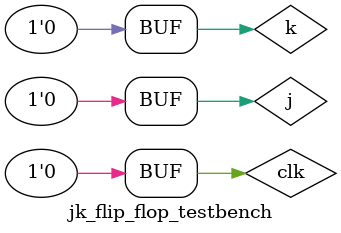
<source format=v>
`timescale 1 ns / 100 ps;
module jk_flip_flop_testbench;
  reg clk, j, k;
  wire q, q_n;

  jk_flip_flop jk_flip_flop (
    .clk (clk),
    .j (j),
    .k (k),
    .q (q),
    .q_n (q_n)
  );

  initial
    $dumpvars;

  initial
    begin
      $monitor ("%0d | clk = %b | j = %b | k = %b | q = %b | q_n = %b", $time, clk, j, k, q, q_n);
      # 10; clk = 0; j = 0; k = 0;
      # 10; clk = 1; j = 0; k = 0;
      # 10; clk = 1; j = 1; k = 0;
      # 10; clk = 1; j = 0; k = 1;
      # 10; clk = 1; j = 1; k = 1;
      # 10; clk = 0; j = 0; k = 0;
      # 10; clk = 0; j = 1; k = 1;
      # 10; clk = 1; j = 1; k = 1;
      # 10; clk = 0; j = 0; k = 0;
      # 10; clk = 0; j = 1; k = 0;
      # 10; clk = 1; j = 1; k = 0;
      # 10; clk = 0; j = 0; k = 0;
      # 10; clk = 0; j = 1; k = 1;
      # 10; clk = 1; j = 1; k = 1;
      # 10; clk = 0; j = 0; k = 0;
      # 10; clk = 0; j = 0; k = 1;
      # 10; clk = 1; j = 0; k = 1;
      # 10; clk = 0; j = 0; k = 0;
      # 10;
    end

endmodule

</source>
